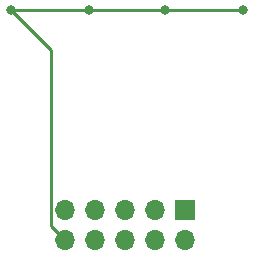
<source format=gbr>
%TF.GenerationSoftware,KiCad,Pcbnew,8.0.3*%
%TF.CreationDate,2024-11-17T10:30:07+00:00*%
%TF.ProjectId,ENS_light_sw_board,454e535f-6c69-4676-9874-5f73775f626f,rev?*%
%TF.SameCoordinates,Original*%
%TF.FileFunction,Copper,L2,Bot*%
%TF.FilePolarity,Positive*%
%FSLAX46Y46*%
G04 Gerber Fmt 4.6, Leading zero omitted, Abs format (unit mm)*
G04 Created by KiCad (PCBNEW 8.0.3) date 2024-11-17 10:30:07*
%MOMM*%
%LPD*%
G01*
G04 APERTURE LIST*
%TA.AperFunction,ComponentPad*%
%ADD10R,1.700000X1.700000*%
%TD*%
%TA.AperFunction,ComponentPad*%
%ADD11O,1.700000X1.700000*%
%TD*%
%TA.AperFunction,ViaPad*%
%ADD12C,0.800000*%
%TD*%
%TA.AperFunction,Conductor*%
%ADD13C,0.250000*%
%TD*%
G04 APERTURE END LIST*
D10*
%TO.P,J1,1,Pin_1*%
%TO.N,/D1*%
X128143000Y-85725000D03*
D11*
%TO.P,J1,2,Pin_2*%
%TO.N,/SW1*%
X128143000Y-88265000D03*
%TO.P,J1,3,Pin_3*%
%TO.N,/D2*%
X125603000Y-85725000D03*
%TO.P,J1,4,Pin_4*%
%TO.N,/SW2*%
X125603000Y-88265000D03*
%TO.P,J1,5,Pin_5*%
%TO.N,/D3*%
X123063000Y-85725000D03*
%TO.P,J1,6,Pin_6*%
%TO.N,/SW3*%
X123063000Y-88265000D03*
%TO.P,J1,7,Pin_7*%
%TO.N,/D4*%
X120523000Y-85725000D03*
%TO.P,J1,8,Pin_8*%
%TO.N,/SW4*%
X120523000Y-88265000D03*
%TO.P,J1,9,Pin_9*%
%TO.N,GND*%
X117983000Y-85725000D03*
%TO.P,J1,10,Pin_10*%
%TO.N,+3V3*%
X117983000Y-88265000D03*
%TD*%
D12*
%TO.N,+3V3*%
X133096000Y-68834000D03*
X126463000Y-68834000D03*
X113411000Y-68834000D03*
X120043142Y-68834000D03*
%TD*%
D13*
%TO.N,+3V3*%
X116808000Y-87090000D02*
X116808000Y-72231000D01*
X126463000Y-68834000D02*
X133096000Y-68834000D01*
X117983000Y-88265000D02*
X116808000Y-87090000D01*
X113411000Y-68834000D02*
X120043142Y-68834000D01*
X120043142Y-68834000D02*
X126463000Y-68834000D01*
X116808000Y-72231000D02*
X113411000Y-68834000D01*
%TD*%
M02*

</source>
